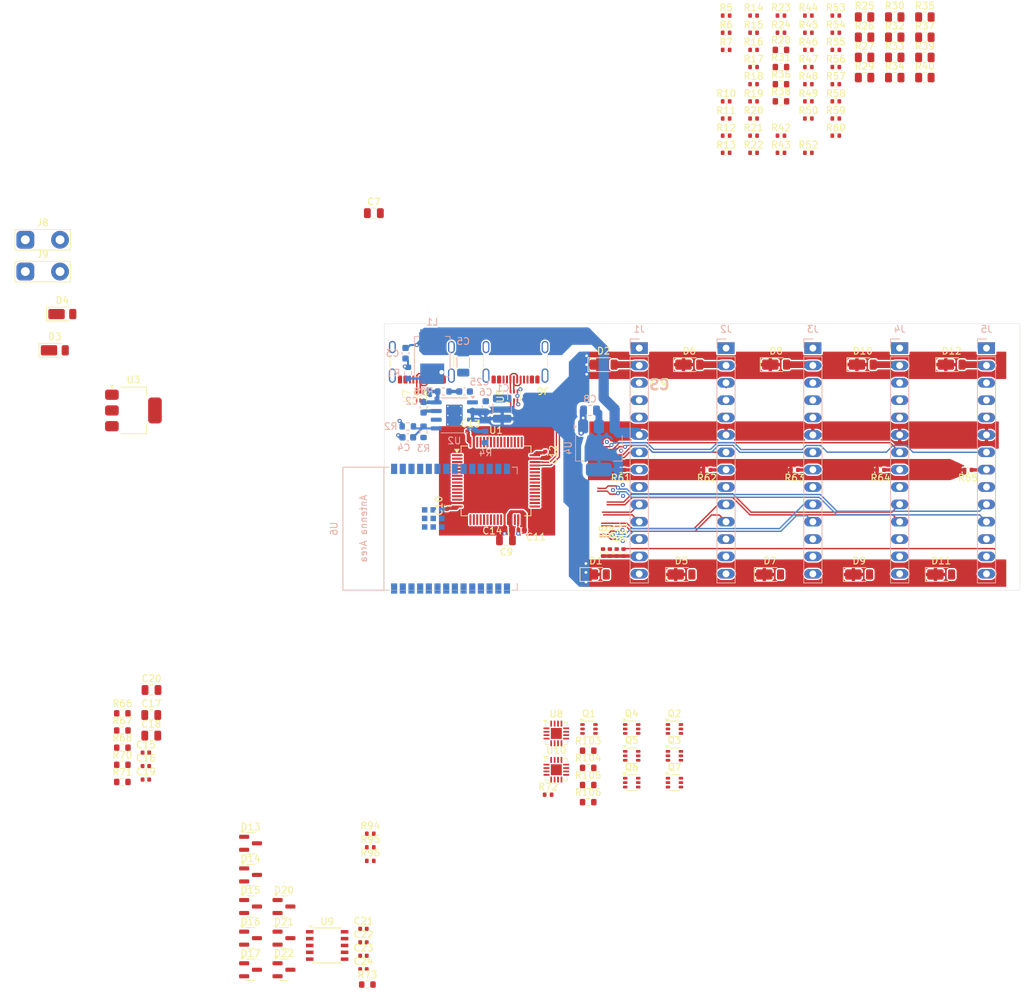
<source format=kicad_pcb>
(kicad_pcb (version 20240108) (generator "pcbnew") (generator_version "8.0")
  (layers (0 "F.Cu" signal) (1 "In1.Cu" signal) (2 "In2.Cu" signal) (31 "B.Cu" signal) (34 "B.Paste" user) (35 "F.Paste" user) (36 "B.SilkS" user "B.Silkscreen") (37 "F.SilkS" user "F.Silkscreen") (38 "B.Mask" user) (39 "F.Mask" user) (44 "Edge.Cuts" user))
  (net 0 "")
  (net 1 "Logic DC{slash}DC in")
  (net 2 "+5V")
  (net 3 "6-18V")
  (net 4 "/LI_1")
  (net 5 "/HI_1")
  (net 6 "/FB_A")
  (net 7 "/FB_B")
  (net 8 "Net-(U2-RON)")
  (net 9 "Net-(U2-BST)")
  (net 10 "Net-(J1-Pin_8)")
  (net 11 "Net-(D3-A)")
  (net 12 "Earth")
  (net 14 "Net-(D4-A)")
  (net 15 "/Current_sense_2")
  (net 16 "/FB_C")
  (net 19 "/FB_D")
  (net 20 "/FRS1")
  (net 21 "Net-(U2-SW)")
  (net 22 "Net-(U6-EN{slash}CHIP_PU)")
  (net 23 "/CC2")
  (net 24 "Net-(U1-PG10)")
  (net 25 "/CC1")
  (net 26 "/FRS2")
  (net 27 "/EN_CC2")
  (net 28 "/Current_sense_5")
  (net 29 "Net-(U2-FB)")
  (net 30 "/Current_sense_2A")
  (net 31 "FB_LOW")
  (net 32 "/Current_sense_4")
  (net 33 "/Current_sense_1B")
  (net 34 "USB_D+")
  (net 35 "/NTC_1")
  (net 36 "Net-(Q2B-D)")
  (net 37 "Net-(Q2A-D)")
  (net 38 "/Current_sense_1A")
  (net 39 "/EN_CC1")
  (net 40 "HRTIM1_EEV3")
  (net 41 "Net-(Q3A-D)")
  (net 42 "Net-(U7-D_OUT-)")
  (net 43 "/CC1_MCU")
  (net 44 "/EN_VCONN1")
  (net 45 "HRTIM1_EEV6")
  (net 47 "Net-(Q4A-D)")
  (net 48 "/Current_sense_2B")
  (net 49 "/NTC_2")
  (net 50 "/Current_sense_3B")
  (net 51 "Net-(Q4B-D)")
  (net 52 "/EN_VCONN2")
  (net 53 "Net-(Q5A-D)")
  (net 54 "Net-(Q6A-D)")
  (net 55 "/Current_sense_3A")
  (net 56 "/NTC_3")
  (net 57 "+3V3")
  (net 58 "Net-(C3-Pad2)")
  (net 59 "/Current_sense_4A")
  (net 60 "/Current_sense_4B")
  (net 61 "/NTC_4")
  (net 62 "/Current_sense_5B")
  (net 63 "/NTC_5")
  (net 64 "/Current_sense_5A")
  (net 65 "HRTIM1_EEV5")
  (net 66 "/STM32_NRST_TO_ESP")
  (net 67 "/STM32_NRST_TO_CON")
  (net 68 "USB_D-")
  (net 69 "/CC2_MCU")
  (net 70 "Net-(Q7A-D)")
  (net 71 "/CC_HI4_HI5_MUX")
  (net 72 "/LI_2")
  (net 73 "/HI_2")
  (net 74 "Net-(J2-Pin_8)")
  (net 75 "/Current_sense_3")
  (net 76 "Net-(U1-PC2)")
  (net 77 "/HI_3")
  (net 78 "/PA10")
  (net 79 "/LI_3")
  (net 80 "Net-(J3-Pin_8)")
  (net 81 "HRTIM1_FLT3")
  (net 82 "Net-(J4-Pin_8)")
  (net 83 "ADC2_IN12")
  (net 84 "/HI_4")
  (net 85 "/LI_4")
  (net 86 "Net-(U1-PB0)")
  (net 87 "Net-(J5-Pin_8)")
  (net 88 "/HI_5")
  (net 89 "Net-(U9-Pin_3)")
  (net 90 "/LI_5")
  (net 91 "Net-(J13-~{RESET})")
  (net 100 "Net-(D1-A)")
  (net 101 "Net-(D2-A)")
  (net 102 "Net-(D5-A)")
  (net 103 "Net-(D6-A)")
  (net 104 "Net-(D7-A)")
  (net 105 "Net-(D8-A)")
  (net 106 "Net-(D9-A)")
  (net 107 "Net-(D10-A)")
  (net 108 "Net-(D11-A)")
  (net 109 "Net-(D12-A)")
  (net 110 "FB_A_FULL")
  (net 111 "FB_B_FULL")
  (net 112 "/STM32_SWDIO")
  (net 113 "/STM32_SWC")
  (net 114 "FB_C_FULL")
  (net 115 "Net-(J13-SWCLK{slash}TCK)")
  (net 116 "Net-(J13-SWDIO{slash}TMS)")
  (net 117 "FB_D_FULL")
  (net 118 "Net-(U5-D_OUT-)")
  (net 119 "Net-(U5-D_OUT+)")
  (net 120 "Net-(U7-D_OUT+)")
  (net 123 "Net-(U6-GPIO9)")
  (net 124 "Net-(U6-GPIO8)")
  (net 125 "Net-(J10-~{RESET})")
  (net 126 "/STM32_RX")
  (net 127 "/STM32_BOOT0")
  (net 128 "/STM32_TX")
  (net 132 "Net-(J10-SWCLK{slash}TCK)")
  (net 133 "Net-(J10-SWDIO{slash}TMS)")
  (net 140 "ESP_USB_D+")
  (net 143 "ESP_USB_D-")
  (net 144 "Net-(J10-SWO{slash}TDO)")
  (net 145 "Net-(J10-NC{slash}TDI)")
  (net 147 "Net-(C25-Pad1)")
  (net 148 "ADC2_IN17")
  (net 149 "/Current_sense_?")
  (net 150 "/PA8")
  (net 151 "/PB15")
  (net 152 "/DIR")
  (net 153 "ADC2_IN10")
  (net 154 "/PA9")
  (net 155 "/Current_sense_1")
  (footprint "Resistor_SMD:R_0402_1005Metric" (layer "F.Cu") (at 139.0475 34.99)
    (property "Reference" "R50")
    (property "Value" "0R")
  )
  (footprint "Resistor_SMD:R_0805_2012Metric" (layer "F.Cu") (at 151.6775 23.1)
    (property "Reference" "R32")
    (property "Value" "R_Small")
  )
  (footprint "Package_TO_SOT_SMD:SOT-363_SC-70-6" (layer "F.Cu") (at 119.45 124.3)
    (property "Reference" "Q2")
    (property "Value" "FDG6335N")
  )
  (footprint "Resistor_SMD:R_0603_1608Metric" (layer "F.Cu") (at 106.83 132.495)
    (property "Reference" "R105")
    (property "Value" "10k")
  )
  (footprint "Resistor_SMD:R_0603_1608Metric" (layer "F.Cu") (at 106.83 127.475)
    (property "Reference" "R103")
    (property "Value" "10k")
  )
  (footprint "Diode_SMD:D_PowerDI-123" (layer "F.Cu") (at 160 71)
    (property "Reference" "D12")
    (property "Value" "DFLS1200")
  )
  (footprint "Resistor_SMD:R_0402_1005Metric" (layer "F.Cu") (at 139.0475 24.95)
    (property "Reference" "R46")
    (property "Value" "0R")
  )
  (footprint "Package_DFN_QFN:ST_UQFN-6L_1.5x1.7mm_P0.5mm" (layer "F.Cu") (at 95.98 75.575 90)
    (property "Reference" "U5")
    (property "Value" "ECMF02-2AMX6")
  )
  (footprint "Resistor_SMD:R_0402_1005Metric" (layer "F.Cu") (at 143.0575 27.46)
    (property "Reference" "R56")
    (property "Value" "0R")
  )
  (footprint "Resistor_SMD:R_0402_1005Metric" (layer "F.Cu") (at 131.0275 24.95)
    (property "Reference" "R16")
    (property "Value" "0R")
  )
  (footprint "Resistor_SMD:R_0402_1005Metric" (layer "F.Cu") (at 127.0175 32.48)
    (property "Reference" "R10")
    (property "Value" "0R")
  )
  (footprint "Diode_SMD:D_PowerDI-123" (layer "F.Cu") (at 147 71)
    (property "Reference" "D10")
    (property "Value" "DFLS1200")
  )
  (footprint "Package_TO_SOT_SMD:SOT-23" (layer "F.Cu") (at 62.325 159.525)
    (property "Reference" "D22")
    (property "Value" "BAT54S")
  )
  (footprint "Diode_SMD:D_PowerDI-123" (layer "F.Cu") (at 28.8 68.9)
    (property "Reference" "D3")
    (property "Value" "DFLS1200")
  )
  (footprint "Capacitor_SMD:C_0805_2012Metric" (layer "F.Cu") (at 42.95 118.6)
    (property "Reference" "C20")
    (property "Value" "10uF")
  )
  (footprint "Package_TO_SOT_SMD:SOT-363_SC-70-6" (layer "F.Cu") (at 113.2 128.225)
    (property "Reference" "Q5")
    (property "Value" "FDG6335N")
  )
  (footprint "Capacitor_SMD:C_0402_1005Metric" (layer "F.Cu") (at 86.15 91.65 90)
    (property "Reference" "C10")
    (property "Value" "100nF")
  )
  (footprint "Resistor_SMD:R_0402_1005Metric" (layer "F.Cu") (at 131.0275 27.46)
    (property "Reference" "R17")
    (property "Value" "0R")
  )
  (footprint "Resistor_SMD:R_0805_2012Metric" (layer "F.Cu") (at 147.2675 26.05)
    (property "Reference" "R27")
    (property "Value" "R_Small")
  )
  (footprint "Capacitor_SMD:C_0805_2012Metric" (layer "F.Cu") (at 75.475 48.835)
    (property "Reference" "C7")
    (property "Value" "4.7uF")
  )
  (footprint "Capacitor_SMD:C_0402_1005Metric" (layer "F.Cu") (at 97.1 95.2 180)
    (property "Reference" "C11")
    (property "Value" "100nF")
  )
  (footprint "Resistor_SMD:R_0402_1005Metric" (layer "F.Cu") (at 131.0275 22.44)
    (property "Reference" "R15")
    (property "Value" "0R")
  )
  (footprint "Package_TO_SOT_SMD:SOT-223-3_TabPin2" (layer "F.Cu") (at 40.3 77.7)
    (property "Reference" "U3")
    (property "Value" "TLV76133DCY")
  )
  (footprint "Resistor_SMD:R_0402_1005Metric" (layer "F.Cu") (at 143.0575 37.5)
    (property "Reference" "R60")
    (property "Value" "0R")
  )
  (footprint "Resistor_SMD:R_0603_1608Metric" (layer "F.Cu") (at 38.68 132.05)
    (property "Reference" "R71")
    (property "Value" "1k")
  )
  (footprint "Resistor_SMD:R_0805_2012Metric" (layer "F.Cu") (at 156.0875 26.05)
    (property "Reference" "R39")
    (property "Value" "R_Small")
  )
  (footprint "Resistor_SMD:R_0402_1005Metric" (layer "F.Cu") (at 127.0175 22.44)
    (property "Reference" "R6")
    (property "Value" "0R")
  )
  (footprint "Package_DFN_QFN:TQFN-16-1EP_3x3mm_P0.5mm_EP1.6x1.6mm" (layer "F.Cu") (at 102.17 130.265)
    (property "Reference" "U10")
    (property "Value" "PI5C3257")
  )
  (footprint "Package_TO_SOT_SMD:SOT-23" (layer "F.Cu") (at 57.435 150.275)
    (property "Reference" "D15")
    (property "Value" "BAT54S")
  )
  (footprint "Resistor_SMD:R_0402_1005Metric" (layer "F.Cu") (at 143.0575 24.95)
    (property "Reference" "R55")
    (property "Value" "0R")
  )
  (footprint "Resistor_SMD:R_0402_1005Metric" (layer "F.Cu") (at 127.0175 19.93)
    (property "Reference" "R5")
    (property "Value" "0R")
  )
  (footprint "Resistor_SMD:R_0402_1005Metric" (layer "F.Cu") (at 139.0475 29.97)
    (property "Reference" "R48")
    (property "Value" "0R")
  )
  (footprint "Capacitor_SMD:C_0402_1005Metric" (layer "F.Cu") (at 73.955 159.45)
    (property "Reference" "C24")
    (property "Value" "100nF")
  )
  (footprint "Capacitor_SMD:C_0402_1005Metric" (layer "F.Cu") (at 89.62 80.8)
    (property "Reference" "C13")
    (property "Value" "100nF")
  )
  (footprint "Resistor_SMD:R_0402_1005Metric" (layer "F.Cu") (at 131.0275 29.97)
    (property "Reference" "R18")
    (property "Value" "0R")
  )
  (footprint "Resistor_SMD:R_0805_2012Metric" (layer "F.Cu") (at 156.0875 20.15)
    (property "Reference" "R35")
    (property "Value" "R_Small")
  )
  (footprint "Package_TO_SOT_SMD:SOT-23" (layer "F.Cu") (at 57.435 159.525)
    (property "Reference" "D17")
    (property "Value" "BAT54S")
  )
  (footprint "Resistor_SMD:R_0805_2012Metric" (layer "F.Cu") (at 147.2675 20.15)
    (property "Reference" "R25")
    (property "Value" "R_Small")
  )
  (footprint "Capacitor_SMD:C_0402_1005Metric" (layer "F.Cu") (at 73.955 153.54)
    (property "Reference" "C21")
    (property "Value" "100nF")
  )
  (footprint "Resistor_SMD:R_0805_2012Metric" (layer "F.Cu") (at 147.2675 23.1)
    (property "Reference" "R26")
    (property "Value" "R_Small")
  )
  (footprint "Package_SO:SSOP-10_3.9x4.9mm_P1.00mm" (layer "F.Cu") (at 68.645 155.971919)
    (property "Reference" "U9")
    (property "Value" "PY32F002AA15M")
  )
  (footprint "Package_TO_SOT_SMD:SOT-363_SC-70-6" (layer "F.Cu") (at 119.45 128.225)
    (property "Reference" "Q3")
    (property "Value" "FDG6335N")
  )
  (footprint "Resistor_SMD:R_0603_1608Metric" (layer "F.Cu") (at 135.0375 27.46)
    (property "Reference" "R31")
    (property "Value" "R_Small")
  )
  (footprint "Resistor_SMD:R_0402_1005Metric" (layer "F.Cu") (at 162.4 86.4 180)
    (property "Reference" "R65")
    (property "Value" "0R")
  )
  (footprint "Resistor_SMD:R_0402_1005Metric" (layer "F.Cu") (at 127.0175 40.01)
    (property "Reference" "R13")
    (property "Value" "0R")
  )
  (footprint "Package_TO_SOT_SMD:SOT-363_SC-70-6" (layer "F.Cu") (at 113.2 124.3)
    (property "Reference" "Q4")
    (property "Value" "FDG6335N")
  )
  (footprint "Resistor_SMD:R_0402_1005Metric" (layer "F.Cu") (at 131.0275 40.01)
    (property "Reference" "R22")
    (property "Value" "0R")
  )
  (footprint "Resistor_SMD:R_0402_1005Metric" (layer "F.Cu") (at 74.955 141.61)
    (property "Reference" "R95")
    (property "Value" "0R")
  )
  (footprint "Package_TO_SOT_SMD:SOT-23" (layer "F.Cu") (at 62.325 154.9)
    (property "Reference" "D21")
    (property "Value" "BAT54S")
  )
  (footprint "Resistor_SMD:R_0603_1608Metric" (layer "F.Cu") (at 106.83 129.985)
    (property "Reference" "R104")
    (property "Value" "10k")
  )
  (footprint "Resistor_SMD:R_0603_1608Metric" (layer "F.Cu") (at 135.0375 29.97)
    (property "Reference" "R36")
    (property "Value" "R_Small")
  )
  (footprint "Resistor_SMD:R_0805_2012Metric" (layer "F.Cu") (at 151.6775 29)
    (property "Reference" "R34")
    (property "Value" "R_Small")
  )
  (footprint "Resistor_SMD:R_0402_1005Metric" (layer "F.Cu") (at 135.0375 40.01)
    (property "Reference" "R43")
    (property "Value" "0R")
  )
  (footprint "Capacitor_SMD:C_0805_2012Metric" (layer "F.Cu") (at 94.8 96.7 180)
    (property "Reference" "C9")
    (property "Value" "10uF")
  )
  (footprint "Connector_USB:USB_C_Receptacle_GCT_USB4105-xx-A_16P_TopMnt_Horizontal" (layer "F.Cu") (at 82.5 69.5 180)
    (property "Reference" "J7")
    (property "Value" "USB_C_Receptacle_USB2.0_16P")
  )
  (footprint "Package_TO_SOT_SMD:SOT-23" (layer "F.Cu") (at 57.435 145.65)
    (property "Reference" "D14")
    (property "Value" "BAT54S")
  )
  (footprint "Package_TO_SOT_SMD:SOT-23" (layer "F.Cu") (at 62.325 150.275)
    (property "Reference" "D20")
    (property "Value" "BAT54S")
  )
  (footprint "Resistor_SMD:R_0402_1005Metric" (layer "F.Cu") (at 143.0575 22.44)
    (property "Reference" "R54")
    (property "Value" "0R")
  )
  (footprint "Resistor_SMD:R_0402_1005Metric" (layer "F.Cu") (at 139.0475 27.46)
    (property "Reference" "R47")
    (property "Value" "0R")
  )
  (footprint "Package_DFN_QFN:ST_UQFN-6L_1.5x1.7mm_P0.5mm" (layer "F.Cu") (at 82.2525 75.5975 90)
    (property "Reference" "U7")
    (property "Value" "ECMF02-2AMX6")
  )
  (footprint "Resistor_SMD:R_0402_1005Metric" (layer "F.Cu") (at 109 98.49 90)
    (property "Reference" "R8")
    (property "Value" "0R")
  )
  (footprint "Package_TO_SOT_SMD:SOT-23" (layer "F.Cu") (at 57.435 141.025)
    (property "Reference" "D13")
    (property "Value" "BAT54S")
  )
  (footprint "Resistor_SMD:R_0603_1608Metric" (layer "F.Cu") (at 74.525 161.69)
    (property "Reference" "R73")
    (property "Value" "1k")
  )
  (footprint "Diode_SMD:D_PowerDI-123" (layer "F.Cu") (at 120.475 101.7)
    (property "Reference" "D5")
    (property "Value" "DFLS1200")
  )
  (footprint "Resistor_SMD:R_0402_1005Metric" (layer "F.Cu") (at 143.0575 29.97)
    (property "Reference" "R57")
    (property "Value" "0R")
  )
  (footprint "Capacitor_SMD:C_0402_1005Metric" (layer "F.Cu") (at 73.955 155.51)
    (property "Reference" "C22")
    (property "Value" "100nF")
  )
  (footprint "Capacitor_SMD:C_0805_2012Metric" (layer "F.Cu") (at 42.91 125.27)
    (property "Reference" "C18")
    (property "Value" "10uF")
  )
  (footprint "Capacitor_SMD:C_0402_1005Metric" (layer "F.Cu") (at 100.55 84.2 -90)
    (property "Reference" "C12")
    (property "Value" "100nF")
  )
  (footprint "Resistor_SMD:R_0402_1005Metric" (layer "F.Cu") (at 131.0275 34.99)
    (property "Reference" "R20")
    (property "Value" "0R")
  )
  (footprint "Resistor_SMD:R_0402_1005Metric" (layer "F.Cu") (at 124.2 86.4 180)
    (property "Reference" "R62")
    (property "Value" "0R")
  )
  (footprint "Resistor_SMD:R_0402_1005Metric" (layer "F.Cu") (at 143.0575 19.93)
    (property "Reference" "R53")
    (property "Value" "0R")
  )
  (footprint "Resistor_SMD:R_0805_2012Metric" (layer "F.Cu") (at 156.0875 23.1)
    (property "Reference" "R37")
    (property "Value" "R_Small")
  )
  (footprint "Capacitor_SMD:C_0402_1005Metric" (layer "F.Cu") (at 42.12 131.7)
    (property "Reference" "C19")
    (property "Value" "100nF")
  )
  (footprint "Resistor_SMD:R_0402_1005Metric" (layer "F.Cu") (at 74.955 143.6)
    (property "Reference" "R96")
    (property "Value" "0R")
  )
  (footprint "Resistor_SMD:R_0402_1005Metric" (layer "F.Cu") (at 139.0475 40.01)
    (property "Reference" "R52")
    (property "Value" "0R")
  )
  (footprint "Resistor_SMD:R_0805_2012Metric" (layer "F.Cu") (at 151.6775 26.05)
    (property "Reference" "R33")
    (property "Value" "R_Small")
  )
  (footprint "Resistor_SMD:R_0402_1005Metric" (layer "F.Cu") (at 127.0175 37.5)
    (property "Reference" "R12")
    (property "Value" "0R")
  )
  (footprint "Diode_SMD:D_PowerDI-123" (layer "F.Cu") (at 134.325 71)
    (property "Reference" "D8")
    (property "Value" "DFLS1200")
  )
  (footprint "Resistor_SMD:R_0603_1608Metric" (layer "F.Cu") (at 38.68 124.52)
    (property "Reference" "R67")
    (property "Value" "10k")
  )
  (footprint "Capacitor_SMD:C_0402_1005Metric" (layer "F.Cu") (at 42.12 127.76)
    (property "Reference" "C15")
    (property "Value" "100nF")
  )
  (footprint "TestPoint:TestPoint_2Pads_Pitch5.08mm_Drill1.3mm" (layer "F.Cu") (at 24.485 52.73)
    (property "Reference" "J8")
    (property "Value" "Conn_01x03_Pin")
  )
  (footprint "Resistor_SMD:R_0402_1005Metric" (layer "F.Cu") (at 74.955 139.62)
    (property "Reference" "R94")
    (property "Value" "0R")
  )
  (footprint "Package_TO_SOT_SMD:SOT-363_SC-70-6" (layer "F.Cu") (at 106.95 124.3)
    (property "Reference" "Q1")
    (property "Value" "FDG6335N")
  )
  (footprint "Resistor_SMD:R_0603_1608Metric" (layer "F.Cu") (at 38.68 127.03)
    (property "Reference" "R68")
    (property "Value" "10k")
  )
  (footprint "Resistor_SMD:R_0402_1005Metric" (layer "F.Cu") (at 139.0475 19.93)
    (property "Reference" "R44")
    (property "Value" "0R")
  )
  (footprint "Resistor_SMD:R_0402_1005Metric" (layer "F.Cu") (at 127.0175 34.99)
    (property "Reference" "R11")
    (property "Value" "0R")
  )
  (footprint "Diode_SMD:D_PowerDI-123" (layer "F.Cu") (at 121.625 71)
    (property "Reference" "D6")
    (property "Value" "DFLS1200")
  )
  (footprint "Resistor_SMD:R_0402_1005Metric" (layer "F.Cu") (at 127.0175 24.95)
    (property "Reference" "R7")
    (property "Value" "0R")
  )
  (footprint "Diode_SMD:D_PowerDI-123" (layer "F.Cu") (at 158.475 101.7)
    (property "Reference" "D11")
    (property "Value" "DFLS1200")
  )
  (footprint "Resistor_SMD:R_0402_1005Metric" (layer "F.Cu") (at 137 86.4 180)
    (property "Reference" "R63")
    (property "Value" "0R")
  )
  (footprint "Resistor_SMD:R_0603_1608Metric" (layer "F.Cu") (at 106.83 135.005)
    (property "Reference" "R106")
    (property "Value" "10k")
  )
  (footprint "Resistor_SMD:R_0402_1005Metric" (layer "F.Cu") (at 149.6 86.4 180)
    (property "Reference" "R64")
    (property "Value" "0R")
  )
  (footprint "Resistor_SMD:R_0402_1005Metric" (layer "F.Cu") (at 135.0375 37.5)
    (property "Reference" "R42")
    (property "Value" "0R")
  )
  (footprint "Resistor_SMD:R_0402_1005Metric" (layer "F.Cu") (at 111 98.49 90)
    (property "Reference" "R41")
    (property "Value" "0R")
  )
  (footprint "Resistor_SMD:R_0402_1005Metric" (layer "F.Cu") (at 111.6 86.4 180)
    (property "Reference" "R61")
    (property "Value" "0R")
  )
  (footprint "Diode_SMD:D_PowerDI-123" (layer "F.Cu") (at 146.475 101.7)
    (property "Reference" "D9")
    (property "Value" "DFLS1200")
  )
  (footprint "TestPoint:TestPoint_2Pads_Pitch5.08mm_Drill1.3mm" (layer "F.Cu") (at 24.485 57.38)
    (property "Reference" "J9")
    (property "Value" "Conn_01x03_Pin")
  )
  (footprint "Resistor_SMD:R_0402_1005Metric" (layer "F.Cu") (at 131.0275 19.93)
    (property "Reference" "R14")
    (property "Value" "0R")
  )
  (footprint "Resistor_SMD:R_0402_1005Metric" (layer "F.Cu") (at 131.0275 32.48)
    (property "Reference" "R19")
    (property "Value" "0R")
  )
  (footprint "Resistor_SMD:R_0402_1005Metric" (layer "F.Cu") (at 100.97 133.915)
    (property "Reference" "R72")
    (property "Value" "10k")
  )
  (footprint "Resistor_SMD:R_0402_1005Metric" (layer "F.Cu") (at 139.0475 32.48)
    (property "Reference" "R49")
    (property "Value" "0R")
  )
  (footprint "Resistor_SMD:R_0402_1005Metric" (layer "F.Cu") (at 135.0375 22.44)
    (property "Reference" "R24")
    (property "Value" "0R")
  )
  (footprint "Capacitor_SMD:C_0402_1005Metric" (layer "F.Cu") (at 73.955 157.48)
    (property "Reference" "C23")
    (property "Value" "100nF")
  )
  (footprint "Package_TO_SOT_SMD:SOT-363_SC-70-6" (layer "F.Cu") (at 119.45 132.15)
    (property "Reference" "Q7")
    (property "Value" "FDG6335N")
  )
  (footprint "Package_DFN_QFN:TQFN-16-1EP_3x3mm_P0.5mm_EP1.6x1.6mm" (layer "F.Cu") (at 102.17 124.955)
    (property "Reference" "U8")
    (property "Value" "PI5C3257")
  )
  (footprint "Resistor_SMD:R_0805_2012Metric" (layer "F.Cu") (at 151.6775 20.15)
    (property "Reference" "R30")
    (property "Value" "R_Small")
  )
  (footprint "Resistor_SMD:R_0603_1608Metric" (layer "F.Cu") (at 135.0375 24.95)
    (property "Reference" "R28")
    (property "Value" "R_Small")
  )
  (footprint "Diode_SMD:D_PowerDI-123" (layer "F.Cu") (at 29.9 63.6)
    (property "Reference" "D4")
    (property "Value" "DFLS1200")
  )
  (footprint "Capacitor_SMD:C_0805_2012Metric" (layer "F.Cu") (at 42.91 122.26)
    (property "Reference" "C17")
    (property "Value" "10uF")
  )
  (footprint "Package_TO_SOT_SMD:SOT-23" (layer "F.Cu") (at 57.435 154.9)
    (property "Reference" "D16")
    (property "Value" "BAT54S")
  )
  (footprint "Connector_USB:USB_C_Receptacle_GCT_USB4105-xx-A_16P_TopMnt_Horizontal" (layer "F.Cu") (at 96.2 69.5 180)
    (property "Reference" "J6")
    (property "Value" "USB_C_Receptacle_USB2.0_16P")
  )
  (footprint "Package_QFP:LQFP-64_10x10mm_P0.5mm" (layer "F.Cu") (at 93.35 88)
    (property "Reference" "U1")
    (property "Value" "STM32G474RCTx")
  )
  (footprint "Capacitor_SMD:C_0402_1005Metric" (layer "F.Cu") (at 42.12 129.73)
    (property "Reference" "C16")
    (property "Value" "100nF")
  )
  (footprint "Diode_SMD:D_PowerDI-123" (layer "F.Cu") (at 107.95 101.7)
    (property "Reference" "D1")
    (property "Value" "DFLS1200")
  )
  (footprint "Resistor_SMD:R_0402_1005Metric" (layer "F.Cu") (at 139.0475 22.44)
    (property "Reference" "R45")
    (property "Value" "0R")
  )
  (footprint "Diode_SMD:D_PowerDI-123" (layer "F.Cu") (at 133.45 101.7)
    (property "Reference" "D7")
    (property "Value" "DFLS1200")
  )
  (footprint "Resistor_SMD:R_0805_2012Metric" (layer "F.Cu") (at 156.0875 29)
    (property "Reference" "R40")
    (property "Value" "R_Small")
  )
  (footprint "Resistor_SMD:R_0402_1005Metric" (layer "F.Cu") (at 112 98.49 90)
    (property "Reference" "R51")
    (property "Value" "0R")
  )
  (footprint "Resistor_SMD:R_0603_1608Metric" (layer "F.Cu") (at 135.0375 32.48)
    (property "Reference" "R38")
    (property "Value" "R_Small")
  )
  (footprint "Resistor_SMD:R_0402_1005Metric" (layer "F.Cu") (at 135.0375 19.93)
    (property "Reference" "R23")
    (property "Value" "0R")
  )
  (footprint "Resistor_SMD:R_0402_1005Metric" (layer "F.Cu") (at 110 98.49 90)
    (property "Reference" "R9")
    (property "Value" "0R")
  )
  (footprint "Resistor_SMD:R_0402_1005Metric" (layer "F.Cu") (at 143.0575 32.48)
    (property "Reference" "R58")
    (property "Value" "0R")
  )
  (footprint "Resistor_SMD:R_0805_2012Metric" (layer "F.Cu") (at 147.2675 29)
    (property "Reference" "R29")
    (property "Value" "R_Small")
  )
  (footprint "Resistor_SMD:R_0402_1005Metric" (layer "F.Cu") (at 131.0275 37.5)
    (property "Reference" "R21")
    (property "Value" "0R")
  )
  (footprint "Resistor_SMD:R_0402_1005Metric" (layer "F.Cu") (at 143.0575 34.99)
    (property "Reference" "R59")
    (property "Value" "0R")
  )
  (footprint "Resistor_SMD:R_0603_1608Metric" (layer "F.Cu") (at 38.68 122.01)
    (property "Reference" "R66")
    (property "Value" "10k")
  )
  (footprint "Package_TO_SOT_SMD:SOT-363_SC-70-6" (layer "F.Cu") (at 113.2 132.15)
    (property "Reference" "Q6")
    (property "Value" "FDG6335N")
  )
  (footprint "Diode_SMD:D_PowerDI-123" (layer "F.Cu") (at 109.1 71)
    (property "Reference" "D2")
    (property "Value" "DFLS1200")
  )
  (footprint "Capacitor_SMD:C_0402_1005Metric" (layer "F.Cu") (at 95.15 95.2 180)
    (property "Reference" "C14")
    (property "Value" "100nF")
  )
  (footprint "Resistor_SMD:R_0603_1608Metric" (layer "F.Cu") (at 38.68 129.54)
    (property "Reference" "R70")
    (property "Value" "1k")
  )
  (footprint "Resistor_SMD:R_0603_1608Metric" (layer "B.Cu") (at 80.47 72.21 90)
    (property "Reference" "R1")
    (property "Value" "121k")
  )
  (footprint "Inductor_SMD:L_Murata_LQH55DN_5.7x5.0mm" (layer "B.Cu") (at 84.01 69.83 90)
    (property "Reference" "L1")
    (property "Value" "180uH 630mOhm, duger LQH55DN151M03L?")
  )
  (footprint "Library:half_bridge_card" (layer "B.Cu") (at 127 68.58 180)
    (property "Reference" "J2")
    (property "Value" "Conn_01x14")
  )
  (footprint "Library:half_bridge_card" (layer "B.Cu") (at 139.7 68.58 180)
    (property "Reference" "J3")
    (property "Value" "Conn_01x14")
  )
  (footprint "Capacitor_SMD:C_0805_2012Metric" (layer "B.Cu") (at 107.1 77.7 180)
    (property "Reference" "C8")
    (property "Value" "4.7uF")
  )
  (footprint "Capacitor_SMD:C_0603_1608Metric" (layer "B.Cu") (at 80.11 69.33 -90)
    (property "Reference" "C3")
    (property "Value" "1.2nF")
  )
  (footprint "Capacitor_SMD:C_1210_3225Metric" (layer "B.Cu") (at 94.245 77.43 90)
    (property "Reference" "C1")
    (property "Value" "2.2uF")
  )
  (footprint "Resistor_SMD:R_0603_1608Metric" (layer "B.Cu") (at 82.745 80.83 -90)
    (property "Reference" "R3")
    (property "Value" "101k")
  )
  (footprint "Capacitor_SMD:C_0603_1608Metric" (layer "B.Cu") (at 82.755 77.24 90)
    (property "Reference" "C2")
    (property "Value" "2.2nF")
  )
  (footprint "Capacitor_SMD:C_0603_1608Metric" (layer "B.Cu") (at 88.745 74.93)
    (property "Reference" "C25")
    (property "Value" "?")
  )
  (footprint "Capacitor_SMD:C_0603_1608Metric" (layer "B.Cu") (at 91.845 77.13 90)
    (property "Reference" "C6")
    (property "Value" "2.2uF")
  )
  (footprint "Resistor_SMD:R_0603_1608Metric" (layer "B.Cu") (at 80.445 80.03)
    (property "Reference" "R2")
    (property "Value" "576k")
  )
  (footprint "Library:half_bridge_card" (layer "B.Cu") (at 165.1 68.58 180)
    (property "Reference" "J5")
    (property "Value" "Conn_01x14")
  )
  (footprint "Resistor_SMD:R_0603_1608Metric" (layer "B.Cu") (at 91.765 81.57 -90)
    (property "Reference" "R4")
    (property "Value" "66.5k")
  )
  (footprint "Package_TO_SOT_SMD:SOT-223-3_TabPin2" (layer "B.Cu") (at 108.4 83.2 -90)
    (property "Reference" "U4")
    (property "Value" "TLV76150DCY")
  )
  (footprint "Capacitor_SMD:C_1206_3216Metric" (layer "B.Cu") (at 88.55 70.69 -90)
    (property "Reference" "C5")
    (property "Value" "4.7uF")
  )
  (footprint "Library:ESP32-C6-WROOM-1" (layer "B.Cu") (at 86.7 95 -90)
    (property "Reference" "U6")
    (property "Value" "ESP32-C6-WROOM-1")
  )
  (footprint "Package_SO:HSOP-8-1EP_3.9x4.9mm_P1.27mm_EP2.41x3.1mm_ThermalVias" (layer "B.Cu") (at 87.25 78.42 180)
    (property "Reference" "U2")
    (property "Value" "LM5168")
  )
  (footprint "Resistor_SMD:R_0603_1608Metric" (layer "B.Cu") (at 85.645 74.93)
    (property "Reference" "R98")
    (property "Value" "?")
  )
  (footprint "Library:half_bridge_card" (layer "B.Cu") (at 152.4 68.58 180)
    (property "Reference" "J4")
    (property "Value" "Conn_01x14")
  )
  (footprint "Capacitor_SMD:C_0603_1608Metric" (layer "B.Cu") (at 80.445 81.63)
    (property "Reference" "C4")
    (property "Value" "47pF")
  )
  (footprint "Library:half_bridge_card" (layer "B.Cu") (at 114.3 68.58 180)
    (property "Reference" "J1")
    (property "Value" "Conn_01x14")
  )
  (gr_rect (start 77 65) (end 170 104) (stroke (width 0.05)) (fill none) (layer "Edge.Cuts"))
  (gr_text "CS" (at 118.9 74.8 0) (layer "B.SilkS") (effects (font (size 1.5 1.5) (thickness 0.3) (bold yes)) (justify left bottom mirror)))
  (gr_text "CS" (at 115.6 74.8 0) (layer "F.SilkS") (effects (font (size 1.5 1.5) (thickness 0.3) (bold yes)) (justify left bottom)))
  (via (at 106.5 102.8) (size 0.8) (drill 0.4) (layers "F.Cu" "B.Cu") (net 1))
  (via (at 106.5 101.4) (size 0.8) (drill 0.4) (layers "F.Cu" "B.Cu") (net 1))
  (via (at 106.6 72.4) (size 0.8) (drill 0.4) (layers "F.Cu" "B.Cu") (net 1))
  (via (at 106.6 71) (size 0.8) (drill 0.4) (layers "F.Cu" "B.Cu") (net 1))
  (via (at 106.6 69.7) (size 0.8) (drill 0.4) (layers "F.Cu" "B.Cu") (net 1))
  (via (at 106.5 100.1) (size 0.8) (drill 0.4) (layers "F.Cu" "B.Cu") (net 1))
  (segment (start 90.02 77.905) (end 89.9 77.785) (width 1) (layer "B.Cu") (net 1))
  (segment (start 91.845 77.905) (end 90.02 77.905) (width 1) (layer "B.Cu") (net 1))
  (segment (start 108.4 80.05) (end 108.4 78.05) (width 1) (layer "B.Cu") (net 2))
  (segment (start 108.4 78.05) (end 108.05 77.7) (width 1) (layer "B.Cu") (net 2))
  (via (at 81.745 68.13) (size 0.6) (drill 0.3) (layers "F.Cu" "B.Cu") (net 3))
  (via (at 79.245 79.23) (size 0.6) (drill 0.3) (layers "F.Cu" "B.Cu") (net 3))
  (segment (start 84.01 67.33) (end 82.545 67.33) (width 0.5) (layer "B.Cu") (net 3))
  (segment (start 79.62 80.03) (end 79.62 79.605) (width 0.3) (layer "B.Cu") (net 3))
  (segment (start 110.7 80.05) (end 110.7 80.4) (width 1) (layer "B.Cu") (net 3))
  (segment (start 85.04 66.3) (end 106.6 66.3) (width 1.5) (layer "B.Cu") (net 3))
  (segment (start 110.7 77.5) (end 110.7 80.4) (width 1.5) (layer "B.Cu") (net 3))
  (segment (start 80.8 68.13) (end 80.375 68.555) (width 0.3) (layer "B.Cu") (net 3))
  (segment (start 113.98485 80.96485) (end 114.3 81.28) (width 1.5) (layer "B.Cu") (net 3))
  (segment (start 111.26485 80.96485) (end 113.98485 80.96485) (width 1.5) (layer "B.Cu") (net 3))
  (segment (start 82.545 67.33) (end 81.745 68.13) (width 0.5) (layer "B.Cu") (net 3))
  (segment (start 84.01 67.33) (end 85.04 66.3) (width 1.5) (layer "B.Cu") (net 3))
  (segment (start 80.375 68.555) (end 80.11 68.555) (width 0.3) (layer "B.Cu") (net 3))
  (segment (start 109.1 68.8) (end 109.1 75.9) (width 1.5) (layer "B.Cu") (net 3))
  (segment (start 109.1 75.9) (end 110.7 77.5) (width 1.5) (layer "B.Cu") (net 3))
  (segment (start 79.62 79.605) (end 79.245 79.23) (width 0.3) (layer "B.Cu") (net 3))
  (segment (start 106.6 66.3) (end 109.1 68.8) (width 1.5) (layer "B.Cu") (net 3))
  (segment (start 81.745 68.13) (end 80.8 68.13) (width 0.3) (layer "B.Cu") (net 3))
  (segment (start 110.7 80.4) (end 111.26485 80.96485) (width 1) (layer "B.Cu") (net 3))
  (segment (start 113.120445 92.579555) (end 109.8 92.579555) (width 0.2) (layer "F.Cu") (net 4))
  (segment (start 109.8 92.579555) (end 109.720445 92.579555) (width 0.2) (layer "F.Cu") (net 4))
  (segment (start 114.3 91.44) (end 114.26 91.44) (width 0.2) (layer "F.Cu") (net 4))
  (segment (start 114.26 91.44) (end 113.120445 92.579555) (width 0.2) (layer "F.Cu") (net 4))
  (segment (start 109.8 92.579555) (end 108.920445 92.579555) (width 0.2) (layer "F.Cu") (net 4))
  (segment (start 114.3 93.98) (end 114.28 93.98) (width 0.2) (layer "F.Cu") (net 5))
  (segment (start 113.279555 92.979555) (end 109.086131 92.979555) (width 0.2) (layer "F.Cu") (net 5))
  (segment (start 114.28 93.98) (end 113.279555 92.979555) (width 0.2) (layer "F.Cu") (net 5))
  (segment (start 90.32 80.745) (end 89.9 80.325) (width 0.5) (layer "B.Cu") (net 8))
  (segment (start 91.765 80.745) (end 90.32 80.745) (width 0.5) (layer "B.Cu") (net 8))
  (segment (start 84.6 77.785) (end 82.985 77.785) (width 0.5) (layer "B.Cu") (net 9))
  (segment (start 82.985 77.785) (end 82.755 78.015) (width 0.5) (layer "B.Cu") (net 9))
  (segment (start 112.11 86.4) (end 114.26 86.4) (width 0.5) (layer "F.Cu") (net 10))
  (segment (start 114.26 86.4) (end 114.3 86.36) (width 0.5) (layer "F.Cu") (net 10))
  (segment (start 94.67 95.2) (end 94.6 95.13) (width 0.2) (layer "F.Cu") (net 12))
  (segment (start 94.6 95.13) (end 94.6 93.675) (width 0.2) (layer "F.Cu") (net 12))
  (segment (start 127 78.74) (end 126.86 78.6) (width 0.2) (layer "F.Cu") (net 12))
  (segment (start 139.7 78.74) (end 139.56 78.6) (width 0.2) (layer "F.Cu") (net 12))
  (via (at 96.91494 74.60811) (size 0.6) (drill 0.3) (layers "F.Cu" "B.Cu") (net 12))
  (via (at 111.9 88.6) (size 0.6) (drill 0.3) (layers "F.Cu" "B.Cu") (net 12))
  (via (at 110.425875 95.946551) (size 0.6) (drill 0.3) (layers "F.Cu" "B.Cu") (net 12))
  (via (at 111.862464 95.2) (size 0.6) (drill 0.3) (layers "F.Cu" "B.Cu") (net 12))
  (via (at 111.652002 83.599469) (size 0.6) (drill 0.3) (layers "F.Cu" "B.Cu") (net 12))
  (via (at 111.937536 90.2) (size 0.6) (drill 0.3) (layers "F.Cu" "B.Cu") (net 12))
  (via (at 105.8 81) (size 0.8) (drill 0.4) (layers "F.Cu" "B.Cu") (net 12))
  (via (at 94.6 95.7) (size 0.6) (drill 0.3) (layers "F.Cu" "B.Cu") (net 12))
  (via (at 111.9 96.8) (size 0.6) (drill 0.3) (layers "F.Cu" "B.Cu") (net 12))
  (via (at 110.463411 89.346551) (size 0.6) (drill 0.3) (layers "F.Cu" "B.Cu") (net 12))
  (via (at 96.6 76.8) (size 0.6) (drill 0.3) (layers "F.Cu" "B.Cu") (net 12))
  (via (at 109.571383 82.304671) (size 0.6) (drill 0.3) (layers "F.Cu" "B.Cu") (net 12))
  (via (at 106.1 78.8) (size 0.8) (drill 0.4) (layers "F.Cu" "B.Cu") (net 12))
  (via (at 96.48 75.575) (size 0.6) (drill 0.3) (layers "F.Cu" "B.Cu") (net 12))
  (via (at 96.6 95.7) (size 0.6) (drill 0.3) (layers "F.Cu" "B.Cu") (net 12))
  (segment (start 106.1 78.8) (end 106.1 77.75) (width 1) (layer "B.Cu") (net 12))
  (segment (start 106.1 77.75) (end 106.15 77.7) (width 1) (layer "B.Cu") (net 12))
  (segment (start 106.1 80.05) (end 106.1 78.8) (width 1) (layer "B.Cu") (net 12))
  (segment (start 84.82 76.295) (end 84.6 76.515) (width 0.5) (layer "B.Cu") (net 21))
  (segment (start 82.805 76.515) (end 82.755 76.465) (width 0.5) (layer "B.Cu") (net 21))
  (segment (start 84.6 76.515) (end 82.805 76.515) (width 0.5) (layer "B.Cu") (net 21))
  (segment (start 83.305 73.035) (end 84.01 72.33) (width 0.3) (layer "B.Cu") (net 21))
  (segment (start 84.82 74.93) (end 84.82 76.295) (width 0.5) (layer "B.Cu") (net 21))
  (segment (start 80.47 73.035) (end 83.305 73.035) (width 0.3) (layer "B.Cu") (net 21))
  (segment (start 82.845 80.325) (end 82.845 80.105) (width 0.3) (layer "B.Cu") (net 29))
  (segment (start 81.22 81.63) (end 82.525 80.325) (width 0.3) (layer "B.Cu") (net 29))
  (segment (start 81.57 80.33) (end 82.52 80.33) (width 0.3) (layer "B.Cu") (net 29))
  (segment (start 82.845 80.105) (end 82.745 80.005) (width 0.3) (layer "B.Cu") (net 29))
  (segment (start 81.27 80.03) (end 81.57 80.33) (width 0.3) (layer "B.Cu") (net 29))
  (segment (start 82.525 80.325) (end 82.845 80.325) (width 0.3) (layer "B.Cu") (net 29))
  (segment (start 82.845 80.325) (end 84.6 80.325) (width 0.3) (layer "B.Cu") (net 29))
  (segment (start 82.52 80.33) (end 82.525 80.325) (width 0.3) (layer "B.Cu") (net 29))
  (segment (start 99.025 85.25) (end 100.187501 85.25) (width 0.2) (layer "F.Cu") (net 34))
  (segment (start 101.303887 78.525) (end 96.3068 78.525) (width 0.2) (layer "F.Cu") (net 34))
  (segment (start 95.505 77.097794) (end 95.505 76.700001) (width 0.2) (layer "F.Cu") (net 34))
  (segment (start 95.475 77.6932) (end 95.475 77.127794) (width 0.2) (layer "F.Cu") (net 34))
  (segment (start 95.475 77.127794) (end 95.505 77.097794) (width 0.2) (layer "F.Cu") (net 34))
  (segment (start 100.212501 85.275) (end 101.2068 85.275) (width 0.2) (layer "F.Cu") (net 34))
  (segment (start 101.2068 85.275) (end 102.175 84.3068) (width 0.2) (layer "F.Cu") (net 34))
  (segment (start 100.187501 85.25) (end 100.212501 85.275) (width 0.2) (layer "F.Cu") (net 34))
  (segment (start 95.505 76.700001) (end 95.48 76.675001) (width 0.2) (layer "F.Cu") (net 34))
  (segment (start 102.175 84.3068) (end 102.175 79.396113) (width 0.2) (layer "F.Cu") (net 34))
  (segment (start 102.175 79.396113) (end 101.303887 78.525) (width 0.2) (layer "F.Cu") (net 34))
  (segment (start 96.3068 78.525) (end 95.475 77.6932) (width 0.2) (layer "F.Cu") (net 34))
  (segment (start 95.48 76.675001) (end 95.48 76.225) (width 0.2) (layer "F.Cu") (net 34))
  (segment (start 112.88 83.82) (end 112.1 84.6) (width 0.2) (layer "F.Cu") (net 35))
  (segment (start 112.1 84.6) (end 107.1 84.6) (width 0.2) (layer "F.Cu") (net 35))
  (segment (start 114.3 83.82) (end 112.88 83.82) (width 0.2) (layer "F.Cu") (net 35))
  (segment (start 82.25 73.78741) (end 82.51759 74.055) (width 0.2) (layer "F.Cu") (net 42))
  (segment (start 82.2525 74.9475) (end 82.2525 73.1825) (width 0.2) (layer "F.Cu") (net 42))
  (segment (start 82.51759 74.055) (end 83.035 74.055) (width 0.2) (layer "F.Cu") (net 42))
  (segment (start 82.25 73.18) (end 82.25 73.78741) (width 0.2) (layer "F.Cu") (net 42))
  (segment (start 83.25 73.84) (end 83.25 73.18) (width 0.2) (layer "F.Cu") (net 42))
  (segment (start 83.035 74.055) (end 83.25 73.84) (width 0.2) (layer "F.Cu") (net 42))
  (segment (start 82.2525 73.1825) (end 82.25 73.18) (width 0.2) (layer "F.Cu") (net 42))
  (segment (start 127 73.66) (end 127 74.4) (width 0.2) (layer "F.Cu") (net 48))
  (segment (start 107.1 84.2) (end 111.9 84.2) (width 0.2) (layer "F.Cu") (net 49))
  (segment (start 126.98 83.8) (end 127 83.82) (width 0.2) (layer "F.Cu") (net 49))
  (segment (start 111.9 84.2) (end 113.28 82.82) (width 0.2) (layer "F.Cu") (net 49))
  (segment (start 113.28 82.82) (end 115.264214 82.82) (width 0.2) (layer "F.Cu") (net 49))
  (segment (start 115.264214 82.82) (end 116.244214 83.8) (width 0.2) (layer "F.Cu") (net 49))
  (segment (start 116.244214 83.8) (end 126.98 83.8) (width 0.2) (layer "F.Cu") (net 49))
  (segment (start 111.926797 83.025735) (end 111.900531 82.999469) (width 0.2) (layer "F.Cu") (net 56))
  (segment (start 112.225735 83.025735) (end 111.926797 83.025735) (width 0.2) (layer "F.Cu") (net 56))
  (segment (start 111.900531 82.999469) (end 111.403473 82.999469) (width 0.2) (layer "F.Cu") (net 56))
  (segment (start 110.602942 83.8) (end 107.1 83.8) (width 0.2) (layer "F.Cu") (net 56))
  (segment (start 111.403473 82.999469) (end 110.602942 83.8) (width 0.2) (layer "F.Cu") (net 56))
  (via (at 112.225735 83.025735) (size 0.6) (drill 0.3) (layers "F.Cu" "B.Cu") (net 56))
  (segment (start 128 82.8) (end 129.02 83.82) (width 0.2) (layer "B.Cu") (net 56))
  (segment (start 125.9 82.8) (end 128 82.8) (width 0.2) (layer "B.Cu") (net 56))
  (segment (start 115.264214 82.82) (end 116.244214 83.8) (width 0.2) (layer "B.Cu") (net 56))
  (segment (start 113.08 82.82) (end 113.4 82.82) (width 0.2) (layer "B.Cu") (net 56))
  (segment (start 112.225735 83.025735) (end 112.43147 82.82) (width 0.2) (layer "B.Cu") (net 56))
  (segment (start 116.244214 83.8) (end 124.9 83.8) (width 0.2) (layer "B.Cu") (net 56))
  (segment (start 124.9 83.8) (end 125.9 82.8) (width 0.2) (layer "B.Cu") (net 56))
  (segment (start 112.43147 82.82) (end 113.4 82.82) (width 0.2) (layer "B.Cu") (net 56))
  (segment (start 113.4 82.82) (end 115.264214 82.82) (width 0.2) (layer "B.Cu") (net 56))
  (segment (start 129.02 83.82) (end 139.7 83.82) (width 0.2) (layer "B.Cu") (net 56))
  (segment (start 95.6 95.17) (end 95.63 95.2) (width 0.2) (layer "F.Cu") (net 57))
  (segment (start 100.37 83.9) (end 99.275 83.9) (width 0.5) (layer "F.Cu") (net 57))
  (segment (start 86.15 92.13) (end 86.28 92) (width 0.5) (layer "F.Cu") (net 57))
  (segment (start 99.275 83.9) (end 99.025 84.15) (width 0.5) (layer "F.Cu") (net 57))
  (segment (start 86.28 92) (end 87.525 92) (width 0.5) (layer "F.Cu") (net 57))
  (segment (start 89.3 80.96) (end 89.3 82.125) (width 0.5) (layer "F.Cu") (net 57))
  (segment (start 95.6 93.675) (end 95.6 95.17) (width 0.2) (layer "F.Cu") (net 57))
  (segment (start 89.14 80.8) (end 89.3 80.96) (width 0.5) (layer "F.Cu") (net 57))
  (segment (start 87.525 92) (end 87.675 91.85) (width 0.5) (layer "F.Cu") (net 57))
  (segment (start 100.55 83.72) (end 100.37 83.9) (width 0.5) (layer "F.Cu") (net 57))
  (segment (start 89.3 82.125) (end 89.5 82.325) (width 0.5) (layer "F.Cu") (net 57))
  (via (at 79.045 81.33) (size 0.6) (drill 0.3) (layers "F.Cu" "B.Cu") (net 58))
  (via (at 80.010994 71.27267) (size 0.6) (drill 0.3) (layers "F.Cu" "B.Cu") (net 58))
  (segment (start 80.47 70.465) (end 80.11 70.105) (width 0.3) (layer "B.Cu") (net 58))
  (segment (start 80.123324 71.385) (end 80.47 71.385) (width 0.5) (layer "B.Cu") (net 58))
  (segment (start 79.045 81.33) (end 79.345 81.63) (width 0.5) (layer "B.Cu") (net 58))
  (segment (start 80.010994 71.27267) (end 80.123324 71.385) (width 0.5) (layer "B.Cu") (net 58))
  (segment (start 80.47 71.385) (end 80.47 70.465) (width 0.3) (layer "B.Cu") (net 58))
  (segment (start 79.345 81.63) (end 79.67 81.63) (width 0.5) (layer "B.Cu") (net 58))
  (segment (start 151 82.42) (end 152.4 83.82) (width 0.2) (layer "F.Cu") (net 61))
  (segment (start 107.1 83.4) (end 110.437256 83.4) (width 0.2) (layer "F.Cu") (net 61))
  (segment (start 111.417256 82.42) (end 151 82.42) (width 0.2) (layer "F.Cu") (net 61))
  (segment (start 110.437256 83.4) (end 111.417256 82.42) (width 0.2) (layer "F.Cu") (net 61))
  (segment (start 110.230148 82.758578) (end 109.988726 83) (width 0.2) (layer "F.Cu") (net 63))
  (segment (start 109.988726 83) (end 107.1 83) (width 0.2) (layer "F.Cu") (net 63))
  (via (at 110.230148 82.758578) (size 0.6) (drill 0.3) (layers "F.Cu" "B.Cu") (net 63))
  (segment (start 138.135786 83.42) (end 138.735786 82.82) (width 0.2) (layer "B.Cu") (net 63))
  (segment (start 116.4099 83.4) (end 124.734314 83.4) (width 0.2) (layer "B.Cu") (net 63))
  (segment (start 140.82 82.82) (end 141.8 83.8) (width 0.2) (layer "B.Cu") (net 63))
  (segment (start 150.455786 83.8) (end 151.435786 82.82) (width 0.2) (layer "B.Cu") (net 63))
  (segment (start 153.364214 82.82) (end 154.364214 83.82) (width 0.2) (layer "B.Cu") (net 63))
  (segment (start 110.230148 82.758578) (end 110.568726 82.42) (width 0.2) (layer "B.Cu") (net 63))
  (segment (start 128.165686 82.4) (end 129.185686 83.42) (width 0.2) (layer "B.Cu") (net 63))
  (segment (start 129.185686 83.42) (end 138.135786 83.42) (width 0.2) (layer "B.Cu") (net 63))
  (segment (start 125.734314 82.4) (end 128.165686 82.4) (width 0.2) (layer "B.Cu") (net 63))
  (segment (start 110.568726 82.42) (end 115.4299 82.42) (width 0.2) (layer "B.Cu") (net 63))
  (segment (start 124.734314 83.4) (end 125.734314 82.4) (width 0.2) (layer "B.Cu") (net 63))
  (segment (start 154.364214 83.82) (end 165.1 83.82) (width 0.2) (layer "B.Cu") (net 63))
  (segment (start 141.8 83.8) (end 150.455786 83.8) (width 0.2) (layer "B.Cu") (net 63))
  (segment (start 151.435786 82.82) (end 153.364214 82.82) (width 0.2) (layer "B.Cu") (net 63))
  (segment (start 115.4299 82.42) (end 116.4099 83.4) (width 0.2) (layer "B.Cu") (net 63))
  (segment (start 138.735786 82.82) (end 140.82 82.82) (width 0.2) (layer "B.Cu") (net 63))
  (segment (start 99.025 85.75) (end 100.187501 85.75) (width 0.2) (layer "F.Cu") (net 68))
  (segment (start 100.187501 85.75) (end 100.212501 85.725) (width 0.2) (layer "F.Cu") (net 68))
  (segment (start 102.625 84.4932) (end 102.625 79.209713) (width 0.2) (layer "F.Cu") (net 68))
  (segment (start 95.98 76.675001) (end 95.98 76.225) (width 0.2) (layer "F.Cu") (net 68))
  (segment (start 95.955 77.27) (end 95.955 76.700001) (width 0.2) (layer "F.Cu") (net 68))
  (segment (start 101.3932 85.725) (end 102.625 84.4932) (width 0.2) (layer "F.Cu") (net 68))
  (segment (start 95.925 77.3) (end 95.955 77.27) (width 0.2) (layer "F.Cu") (net 68))
  (segment (start 100.212501 85.725) (end 101.3932 85.725) (width 0.2) (layer "F.Cu") (net 68))
  (segment (start 101.490287 78.075) (end 96.4932 78.075) (width 0.2) (layer "F.Cu") (net 68))
  (segment (start 96.4932 78.075) (end 95.925 77.5068) (width 0.2) (layer "F.Cu") (net 68))
  (segment (start 99.65 85.75) (end 99.675 85.725) (width 0.2) (layer "F.Cu") (net 68))
  (segment (start 95.955 76.700001) (end 95.98 76.675001) (width 0.2) (layer "F.Cu") (net 68))
  (segment (start 102.625 79.209713) (end 101.490287 78.075) (width 0.2) (layer "F.Cu") (net 68))
  (segment (start 95.925 77.5068) (end 95.925 77.3) (width 0.2) (layer "F.Cu") (net 68))
  (segment (start 125.86 91.44) (end 122.32 94.98) (width 0.2) (layer "F.Cu") (net 72))
  (segment (start 127 91.44) (end 125.86 91.44) (width 0.2) (layer "F.Cu") (net 72))
  (segment (start 113.28 94.98) (end 112.499999 94.2) (width 0.2) (layer "F.Cu") (net 72))
  (segment (start 112.499999 94.2) (end 110.4 94.2) (width 0.2) (layer "F.Cu") (net 72))
  (segment (start 122.32 94.98) (end 113.28 94.98) (width 0.2) (layer "F.Cu") (net 72))
  (segment (start 110.4 94.2) (end 108.8 94.2) (width 0.2) (layer "F.Cu") (net 72))
  (segment (start 126.02 93) (end 124.865686 93) (width 0.2) (layer "F.Cu") (net 73))
  (segment (start 113.114314 95.38) (end 112.334314 94.6) (width 0.2) (layer "F.Cu") (net 73))
  (segment (start 112.334314 94.6) (end 110.5 94.6) (width 0.2) (layer "F.Cu") (net 73))
  (segment (start 122.485686 95.38) (end 113.114314 95.38) (width 0.2) (layer "F.Cu") (net 73))
  (segment (start 124.865686 93) (end 122.485686 95.38) (width 0.2) (layer "F.Cu") (net 73))
  (segment (start 110.5 94.6) (end 108.8 94.6) (width 0.2) (layer "F.Cu") (net 73))
  (segment (start 108.8 94.6) (end 108.9 94.6) (width 0.2) (layer "F.Cu") (net 73))
  (segment (start 127 93.98) (end 126.02 93) (width 0.2) (layer "F.Cu") (net 73))
  (segment (start 124.71 86.4) (end 126.96 86.4) (width 0.5) (layer "F.Cu") (net 74))
  (segment (start 126.96 86.4) (end 127 86.36) (width 0.5) (layer "F.Cu") (net 74))
  (segment (start 111.000372 96.546551) (end 110.146551 96.546551) (width 0.2) (layer "F.Cu") (net 77))
  (segment (start 110.146551 96.546551) (end 109.8 96.2) (width 0.2) (layer "F.Cu") (net 77))
  (segment (start 109.8 96.2) (end 108.6 96.2) (width 0.2) (layer "F.Cu") (net 77))
  (segment (start 111.14692 96.400003) (end 111.000372 96.546551) (width 0.2) (layer "F.Cu") (net 77))
  (via (at 111.14692 96.400003) (size 0.6) (drill 0.3) (layers "F.Cu" "B.Cu") (net 77))
  (segment (start 135.02 95.38) (end 137.3 93.1) (width 0.2) (layer "B.Cu") (net 77))
  (segment (start 112.6 96.2) (end 113.42 95.38) (width 0.2) (layer "B.Cu") (net 77))
  (segment (start 111.14692 96.400003) (end 111.346923 96.2) (width 0.2) (layer "B.Cu") (net 77))
  (segment (start 110.94692 96.400003) (end 111.146923 96.2) (width 0.2) (layer "B.Cu") (net 77))
  (segment (start 137.3 93.1) (end 138.82 93.1) (width 0.2) (layer "B.Cu") (net 77))
  (segment (start 138.82 93.1) (end 139.7 93.98) (width 0.2) (layer "B.Cu") (net 77))
  (segment (start 113.42 95.38) (end 135.02 95.38) (width 0.2) (layer "B.Cu") (net 77))
  (segment (start 111.346923 96.2) (end 112.6 96.2) (width 0.2) (layer "B.Cu") (net 77))
  (segment (start 108.6 95.8) (end 109.723896 95.8) (width 0.2) (layer "F.Cu") (net 79))
  (segment (start 109.723896 95.8) (end 110.177346 95.346551) (width 0.2) (layer "F.Cu") (net 79))
  (segment (start 110.893471 95.346551) (end 111.14692 95.6) (width 0.2) (layer "F.Cu") (net 79))
  (segment (start 110.177346 95.346551) (end 110.893471 95.346551) (width 0.2) (layer "F.Cu") (net 79))
  (via (at 111.14692 95.6) (size 0.6) (drill 0.3) (layers "F.Cu" "B.Cu") (net 79))
  (segment (start 112.28 95.8) (end 111.34692 95.8) (width 0.2) (layer "B.Cu") (net 79))
  (segment (start 138.36 91.44) (end 134.82 94.98) (width 0.2) (layer "B.Cu") (net 79))
  (segment (start 113.1 94.98) (end 112.28 95.8) (width 0.2) (layer "B.Cu") (net 79))
  (segment (start 111.34692 95.8) (end 111.14692 95.6) (width 0.2) (layer "B.Cu") (net 79))
  (segment (start 139.7 91.44) (end 138.36 91.44) (width 0.2) (layer "B.Cu") (net 79))
  (segment (start 110.94692 95.6) (end 111.14692 95.8) (width 0.2) (layer "B.Cu") (net 79))
  (segment (start 134.82 94.98) (end 113.1 94.98) (width 0.2) (layer "B.Cu") (net 79))
  (segment (start 137.51 86.4) (end 139.66 86.4) (width 0.5) (layer "F.Cu") (net 80))
  (segment (start 139.66 86.4) (end 139.7 86.36) (width 0.5) (layer "F.Cu") (net 80))
  (segment (start 150.11 86.4) (end 152.36 86.4) (width 0.5) (layer "F.Cu") (net 82))
  (segment (start 152.36 86.4) (end 152.4 86.36) (width 0.5) (layer "F.Cu") (net 82))
  (segment (start 127.964214 90.44) (end 130.504214 92.98) (width 0.2) (layer "F.Cu") (net 84))
  (segment (start 113.26 90.44) (end 127.964214 90.44) (width 0.2) (layer "F.Cu") (net 84))
  (segment (start 112 91.5) (end 112.2 91.5) (width 0.2) (layer "F.Cu") (net 84))
  (segment (start 112 91.5) (end 109.6 91.5) (width 0.2) (layer "F.Cu") (net 84))
  (segment (start 130.504214 92.98) (end 151.4 92.98) (width 0.2) (layer "F.Cu") (net 84))
  (segment (start 151.4 92.98) (end 152.4 93.98) (width 0.2) (layer "F.Cu") (net 84))
  (segment (start 112.2 91.5) (end 113.26 90.44) (width 0.2) (layer "F.Cu") (net 84))
  (segment (start 152.4 91.44) (end 151.26 92.58) (width 0.2) (layer "F.Cu") (net 85))
  (segment (start 127.977057 89.887157) (end 127.964214 89.9) (width 0.2) (layer "F.Cu") (net 85))
  (segment (start 130.6699 92.58) (end 127.977057 89.887157) (width 0.2) (layer "F.Cu") (net 85))
  (segment (start 112.167157 90.967157) (end 112.034314 91.1) (width 0.2) (layer "F.Cu") (net 85))
  (segment (start 112.034314 91.1) (end 109.6 91.1) (width 0.2) (layer "F.Cu") (net 85))
  (segment (start 127.964214 89.9) (end 113.4 89.9) (width 0.2) (layer "F.Cu") (net 85))
  (segment (start 151.26 92.58) (end 130.6699 92.58) (width 0.2) (layer "F.Cu") (net 85))
  (segment (start 113.234314 89.9) (end 112.167157 90.967157) (width 0.2) (layer "F.Cu") (net 85))
  (segment (start 113.4 89.9) (end 113.234314 89.9) (width 0.2) (layer "F.Cu") (net 85))
  (segment (start 162.91 86.4) (end 165.06 86.4) (width 0.5) (layer "F.Cu") (net 87))
  (segment (start 165.06 86.4) (end 165.1 86.36) (width 0.5) (layer "F.Cu") (net 87))
  (segment (start 111.184456 89.800003) (end 111.037908 89.946551) (width 0.2) (layer "F.Cu") (net 88))
  (segment (start 109.6 89.5) (end 108.2 89.5) (width 0.2) (layer "F.Cu") (net 88))
  (segment (start 111.037908 89.946551) (end 110.046551 89.946551) (width 0.2) (layer "F.Cu") (net 88))
  (segment (start 110.046551 89.946551) (end 109.6 89.5) (width 0.2) (layer "F.Cu") (net 88))
  (via (at 111.184456 89.800003) (size 0.6) (drill 0.3) (layers "F.Cu" "B.Cu") (net 88))
  (segment (start 112.334315 89.6) (end 111.384459 89.6) (width 0.2) (layer "B.Cu") (net 88))
  (segment (start 111.384459 89.6) (end 111.184456 89.800003) (width 0.2) (layer "B.Cu") (net 88))
  (segment (start 165.1 93.98) (end 164.1 92.98) (width 0.2) (layer "B.Cu") (net 88))
  (segment (start 140.624214 90.4) (end 113.134315 90.4) (width 0.2) (layer "B.Cu") (net 88))
  (segment (start 113.134315 90.4) (end 112.334315 89.6) (width 0.2) (layer "B.Cu") (net 88))
  (segment (start 143.204214 92.98) (end 140.624214 90.4) (width 0.2) (layer "B.Cu") (net 88))
  (segment (start 164.1 92.98) (end 143.204214 92.98) (width 0.2) (layer "B.Cu") (net 88))
  (segment (start 109.753449 88.746551) (end 109.4 89.1) (width 0.2) (layer "F.Cu") (net 90))
  (segment (start 108.3 89.1) (end 108.25 89.05) (width 0.2) (layer "F.Cu") (net 90))
  (segment (start 109.4 89.1) (end 108.3 89.1) (width 0.2) (layer "F.Cu") (net 90))
  (segment (start 111.184456 89) (end 110.931007 88.746551) (width 0.2) (layer "F.Cu") (net 90))
  (segment (start 110.931007 88.746551) (end 109.753449 88.746551) (width 0.2) (layer "F.Cu") (net 90))
  (via (at 111.184456 89) (size 0.6) (drill 0.3) (layers "F.Cu" "B.Cu") (net 90))
  (segment (start 143.2299 92.44) (end 140.7899 90) (width 0.2) (layer "B.Cu") (net 90))
  (segment (start 113.3 90) (end 112.5 89.2) (width 0.2) (layer "B.Cu") (net 90))
  (segment (start 112.5 89.2) (end 111.384456 89.2) (width 0.2) (layer "B.Cu") (net 90))
  (segment (start 164.1 92.44) (end 143.2299 92.44) (width 0.2) (layer "B.Cu") (net 90))
  (segment (start 111.384456 89.2) (end 111.184456 89) (width 0.2) (layer "B.Cu") (net 90))
  (segment (start 140.7899 90) (end 113.3 90) (width 0.2) (layer "B.Cu") (net 90))
  (segment (start 165.1 91.44) (end 164.1 92.44) (width 0.2) (layer "B.Cu") (net 90))
  (segment (start 112 99) (end 114.24 99) (width 0.5) (layer "F.Cu") (net 100))
  (segment (start 114.24 99) (end 114.3 99.06) (width 0.5) (layer "F.Cu") (net 100))
  (segment (start 109 99) (end 112 99) (width 0.5) (layer "F.Cu") (net 100))
  (segment (start 110.625 71) (end 114.18 71) (width 1) (layer "F.Cu") (net 101))
  (segment (start 114.3 71.12) (end 114.3 71.534314) (width 0.2) (layer "F.Cu") (net 101))
  (segment (start 114.18 71) (end 114.3 71.12) (width 1) (layer "F.Cu") (net 101))
  (segment (start 123.15 71) (end 126.88 71) (width 1) (layer "F.Cu") (net 103))
  (segment (start 126.88 71) (end 127 71.12) (width 1) (layer "F.Cu") (net 103))
  (segment (start 139.58 71) (end 139.7 71.12) (width 1) (layer "F.Cu") (net 105))
  (segment (start 139.7 71.12) (end 139.114314 71.12) (width 0.2) (layer "F.Cu") (net 105))
  (segment (start 135.85 71) (end 139.58 71) (width 1) (layer "F.Cu") (net 105))
  (segment (start 152.34 99) (end 152.4 99.06) (width 1) (layer "F.Cu") (net 106))
  (segment (start 148.525 71) (end 152.28 71) (width 1) (layer "F.Cu") (net 107))
  (segment (start 152.28 71) (end 152.4 71.12) (width 1) (layer "F.Cu") (net 107))
  (segment (start 165.04 99) (end 165.1 99.06) (width 1) (layer "F.Cu") (net 108))
  (segment (start 161.525 71) (end 164.98 71) (width 1) (layer "F.Cu") (net 109))
  (segment (start 164.98 71) (end 165.1 71.12) (width 1) (layer "F.Cu") (net 109))
  (segment (start 112.07 97.91) (end 166.21 97.91) (width 0.2) (layer "F.Cu") (net 117))
  (segment (start 112 97.98) (end 112.07 97.91) (width 0.2) (layer "F.Cu") (net 117))
  (segment (start 166.21 97.91) (end 166.3 98) (width 0.2) (layer "F.Cu") (net 117))
  (segment (start 96.95 73.78741) (end 96.68241 74.055) (width 0.2) (layer "F.Cu") (net 118))
  (segment (start 95.95 73.825) (end 95.95 73.18) (width 0.2) (layer "F.Cu") (net 118))
  (segment (start 96.68241 74.055) (end 96.18 74.055) (width 0.2) (layer "F.Cu") (net 118))
  (segment (start 95.95 73.18) (end 95.95 74.895) (width 0.2) (layer "F.Cu") (net 118))
  (segment (start 95.95 74.895) (end 95.98 74.925) (width 0.2) (layer "F.Cu") (net 118))
  (segment (start 96.18 74.055) (end 95.95 73.825) (width 0.2) (layer "F.Cu") (net 118))
  (segment (start 96.95 73.18) (end 96.95 73.78741) (width 0.2) (layer "F.Cu") (net 118))
  (segment (start 95.98 73.21) (end 95.95 73.18) (width 0.2) (layer "F.Cu") (net 118))
  (segment (start 96.18241 72.305) (end 95.71759 72.305) (width 0.2) (layer "F.Cu") (net 119))
  (segment (start 95.71759 72.305) (end 95.45 72.57259) (width 0.2) (layer "F.Cu") (net 119))
  (segment (start 95.45 74.895) (end 95.48 74.925) (width 0.2) (layer "F.Cu") (net 119))
  (segment (start 95.45 73.18) (end 95.45 74.895) (width 0.2) (layer "F.Cu") (net 119))
  (segment (start 95.45 72.57259) (end 95.45 73.18) (width 0.2) (layer "F.Cu") (net 119))
  (segment (start 96.45 72.57259) (end 96.18241 72.305) (width 0.2) (layer "F.Cu") (net 119))
  (segment (start 96.45 73.18) (end 96.45 72.57259) (width 0.2) (layer "F.Cu") (net 119))
  (segment (start 82.01759 72.305) (end 82.535 72.305) (width 0.2) (layer "F.Cu") (net 120))
  (segment (start 82.75 72.52) (end 82.75 73.18) (width 0.2) (layer "F.Cu") (net 120))
  (segment (start 81.75 73.18) (end 81.75 72.57259) (width 0.2) (layer "F.Cu") (net 120))
  (segment (start 81.75 73.18) (end 81.75 74.945) (width 0.2) (layer "F.Cu") (net 120))
  (segment (start 82.535 72.305) (end 82.75 72.52) (width 0.2) (layer "F.Cu") (net 120))
  (segment (start 81.75 72.57259) (end 82.01759 72.305) (width 0.2) (layer "F.Cu") (net 120))
  (segment (start 81.75 74.945) (end 81.7525 74.9475) (width 0.2) (layer "F.Cu") (net 120))
  (segment (start 87.97 74.93) (end 86.47 74.93) (width 0.5) (layer "B.Cu") (net 147))
  (zone (net 1) (net_name "Logic DC{slash}DC in") (layer "F.Cu") (priority 1) (connect_pads (clearance 0.2)) (min_thickness 0.2) (fill yes (thermal_gap 0.2) (thermal_bridge_width 0.5))
    (polygon (pts (xy 106 99.5) (xy 168 99.5) (xy 168 103.5) (xy 106 103.5)))
  )
  (zone (net 3) (net_name "6-18V") (layer "F.Cu") (priority 1) (connect_pads (clearance 0.2)) (min_thickness 0.2) (fill yes (thermal_gap 0.2) (thermal_bridge_width 0.5))
    (polygon (pts (xy 107 79.3) (xy 166.9 79.3) (xy 166.9 83.3) (xy 107 83.3)))
  )
  (zone (net 2) (net_name "+5V") (layer "F.Cu") (priority 1) (connect_pads (clearance 0.15)) (min_thickness 0.15) (fill yes (thermal_gap 0.2) (thermal_bridge_width 0.5))
    (polygon (pts (xy 106.8 84.8) (xy 159.8 84.8) (xy 162.4 86) (xy 162.4 86.9) (xy 159.8 87.9) (xy 106.8 87.9)))
  )
  (zone (net 57) (net_name "+3V3") (layer "F.Cu") (priority 2) (connect_pads yes (clearance 0.15)) (min_thickness 0.15) (fill yes (thermal_gap 0.5) (thermal_bridge_width 0.5))
    (polygon (pts (xy 97.8 94.9) (xy 97.8 92.75) (xy 97.35 92.3) (xy 95.4 92.3) (xy 95 92.9) (xy 95.2 94.65) (xy 95.3 96.1) (xy 97.8 95.65)))
  )
  (zone (net 1) (net_name "Logic DC{slash}DC in") (layer "F.Cu") (priority 1) (connect_pads (clearance 0.2)) (min_thickness 0.2) (fill yes (thermal_gap 0.2) (thermal_bridge_width 0.5))
    (polygon (pts (xy 106 69.1) (xy 168 69.1) (xy 168 73.1) (xy 106 73.1)))
  )
  (zone (net 12) (net_name "Earth") (layer "F.Cu") (connect_pads yes (clearance 0.15)) (min_thickness 0.15) (fill yes (thermal_gap 0.5) (thermal_bridge_width 0.5))
    (polygon (pts (xy 102 80) (xy 85 80) (xy 85 96) (xy 102 96)))
  )
  (zone (net 3) (net_name "6-18V") (layer "B.Cu") (priority 4) (connect_pads yes (clearance 0.15)) (min_thickness 0.25) (fill yes (thermal_gap 0.5) (thermal_bridge_width 0.5))
    (polygon (pts (xy 107 65.6) (xy 107.4 68.1) (xy 104.5 68.1) (xy 103 69.6) (xy 82.7 69.6) (xy 82.1 69) (xy 82.1 66.3) (xy 82.8 65.6)))
  )
  (zone (net 21) (net_name "Net-(U2-SW)") (layer "B.Cu") (priority 3) (connect_pads (clearance 0.15)) (min_thickness 0.25) (fill yes (thermal_gap 0.5) (thermal_bridge_width 0.5))
    (polygon (pts (xy 85.445 70.83) (xy 83.145 70.83) (xy 83.145 75.43) (xy 82.345 76.23) (xy 82.345 76.63) (xy 82.645 76.93) (xy 85.045 76.93) (xy 85.445 76.53)))
  )
  (zone (net 1) (net_name "Logic DC{slash}DC in") (layer "B.Cu") (priority 5) (connect_pads (clearance 0.5)) (min_thickness 0.2) (fill yes (thermal_gap 0.3) (thermal_bridge_width 0.5))
    (polygon (pts (xy 89 79.6) (xy 92.299742 79.6) (xy 92.8 80.1) (xy 101.4 80.1) (xy 103.2 81.9) (xy 103.2 91.1) (xy 104 91.9) (xy 104 102) (xy 105.5 103.5) (xy 107 103.5) (xy 107 69.1) (xy 105.5 69.1) (xy 104 70.6) (xy 104 72.7) (xy 101.6 75.1) (xy 97.6 75.1) (xy 95.6 77.1) (xy 91.845 77.13) (xy 89 77.2)))
  )
  (zone (net 2) (net_name "+5V") (layer "B.Cu") (priority 6) (connect_pads (clearance 0.4)) (min_thickness 0.25) (fill yes (thermal_gap 0.3) (thermal_bridge_width 0.5))
    (polygon (pts (xy 109.5 80.5) (xy 111.9 82.9) (xy 111.9 87.8) (xy 106.3 87.8) (xy 106.3 83) (xy 107 80.5) (xy 107 78.9) (xy 109.5 78.8)))
  )
)
</source>
